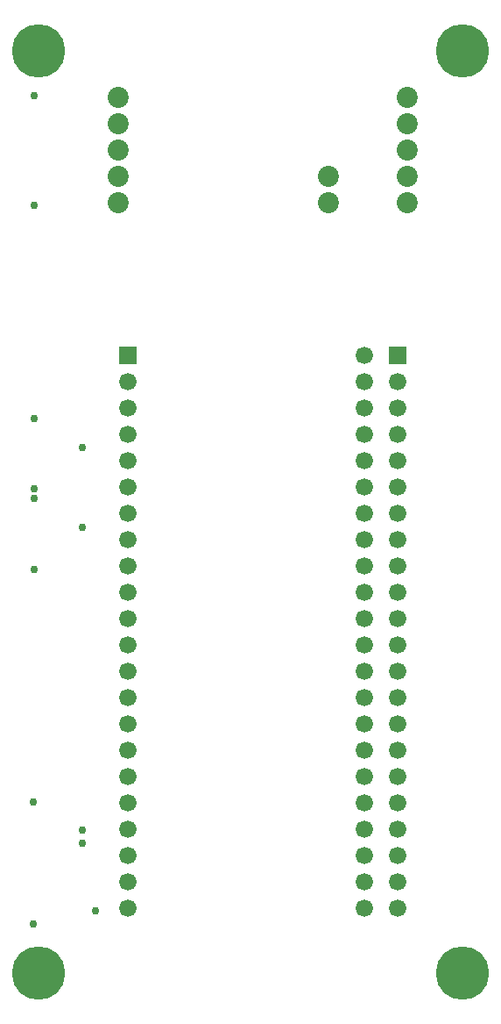
<source format=gbs>
G04*
G04 #@! TF.GenerationSoftware,Altium Limited,Altium Designer,23.8.1 (32)*
G04*
G04 Layer_Color=16711935*
%FSLAX25Y25*%
%MOIN*%
G70*
G04*
G04 #@! TF.SameCoordinates,42C2680F-6346-4846-91F9-FAAF1016F3F0*
G04*
G04*
G04 #@! TF.FilePolarity,Negative*
G04*
G01*
G75*
%ADD19C,0.06614*%
%ADD20R,0.06614X0.06614*%
%ADD21C,0.20276*%
%ADD22R,0.06614X0.06614*%
%ADD23C,0.07991*%
%ADD24C,0.02953*%
D19*
X625984Y360472D02*
D03*
Y350472D02*
D03*
Y340472D02*
D03*
Y330472D02*
D03*
Y320472D02*
D03*
Y310472D02*
D03*
Y300472D02*
D03*
Y290472D02*
D03*
Y280472D02*
D03*
Y270472D02*
D03*
Y260472D02*
D03*
Y250472D02*
D03*
Y240472D02*
D03*
Y230472D02*
D03*
Y220472D02*
D03*
Y210472D02*
D03*
Y200472D02*
D03*
Y190472D02*
D03*
Y180473D02*
D03*
Y170473D02*
D03*
Y160473D02*
D03*
X535984Y350472D02*
D03*
Y340472D02*
D03*
Y330472D02*
D03*
Y320472D02*
D03*
Y310472D02*
D03*
Y300472D02*
D03*
Y290472D02*
D03*
Y280472D02*
D03*
Y270472D02*
D03*
Y260472D02*
D03*
Y250472D02*
D03*
Y240472D02*
D03*
Y230472D02*
D03*
Y220472D02*
D03*
Y210472D02*
D03*
Y200472D02*
D03*
Y190472D02*
D03*
Y180473D02*
D03*
Y170473D02*
D03*
Y160473D02*
D03*
X625984Y150472D02*
D03*
X535984D02*
D03*
X638651Y350472D02*
D03*
Y340472D02*
D03*
Y330472D02*
D03*
Y320472D02*
D03*
Y310472D02*
D03*
Y300472D02*
D03*
Y290472D02*
D03*
Y280472D02*
D03*
Y270472D02*
D03*
Y260472D02*
D03*
Y250472D02*
D03*
Y240472D02*
D03*
Y230472D02*
D03*
Y220472D02*
D03*
Y210472D02*
D03*
Y200472D02*
D03*
Y190472D02*
D03*
Y180473D02*
D03*
Y170473D02*
D03*
Y160473D02*
D03*
Y150472D02*
D03*
D20*
X535984Y360472D02*
D03*
D21*
X501968Y125984D02*
D03*
X663386D02*
D03*
X663386Y476378D02*
D03*
X501968Y476378D02*
D03*
D22*
X638651Y360472D02*
D03*
D23*
X532131Y418454D02*
D03*
Y428454D02*
D03*
Y438454D02*
D03*
Y448454D02*
D03*
Y458454D02*
D03*
X642131D02*
D03*
Y448454D02*
D03*
Y438454D02*
D03*
Y428454D02*
D03*
Y418454D02*
D03*
X612131Y428454D02*
D03*
Y418454D02*
D03*
D24*
X500189Y459260D02*
D03*
Y417646D02*
D03*
Y306102D02*
D03*
Y336614D02*
D03*
Y309764D02*
D03*
Y279252D02*
D03*
X500000Y190945D02*
D03*
Y144685D02*
D03*
X518701Y295138D02*
D03*
Y325650D02*
D03*
Y175236D02*
D03*
Y180157D02*
D03*
X523622Y149606D02*
D03*
M02*

</source>
